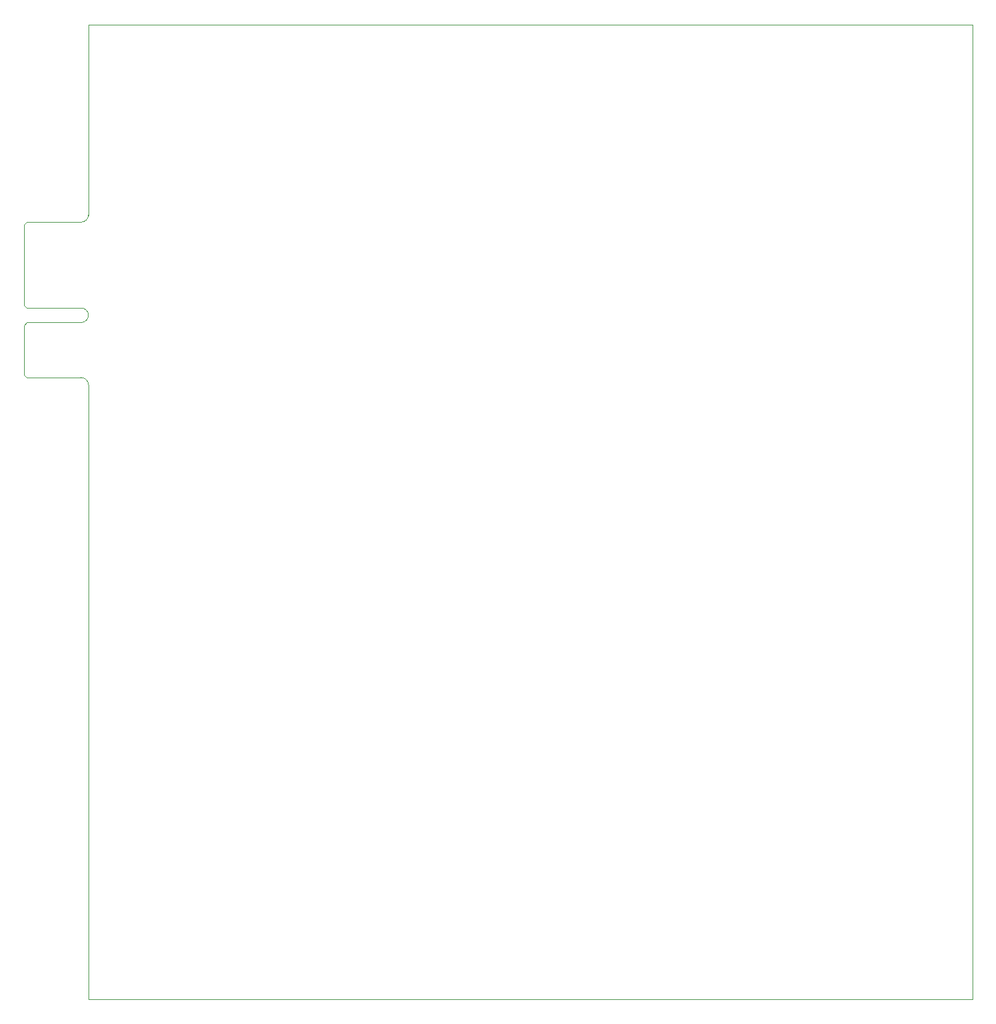
<source format=gbr>
%FSLAX46Y46*%
G04 Gerber Fmt 4.6, Leading zero omitted, Abs format (unit mm)*
G04 Created by KiCad (PCBNEW (2014-10-27 BZR 5228)-product) date 12/17/2014 3:51:32 PM*
%MOMM*%
G01*
G04 APERTURE LIST*
%ADD10C,0.100000*%
%ADD11C,0.020000*%
G04 APERTURE END LIST*
D10*
D11*
X71600000Y-78200000D02*
X71600000Y-157200000D01*
X71600000Y-30400000D02*
X71600000Y-54200000D01*
X186600000Y-30400000D02*
X71600000Y-30400000D01*
X186600000Y-157200000D02*
X186600000Y-30400000D01*
X71600000Y-157200000D02*
X186600000Y-157200000D01*
X71600000Y-55200000D02*
X71600000Y-54200000D01*
X71600000Y-77250000D02*
X71600000Y-78200000D01*
X70650000Y-56100000D02*
G75*
G03X71600000Y-55150000I0J950000D01*
G01*
X63200000Y-56450000D02*
X63550000Y-56100000D01*
X63550000Y-56100000D02*
X70650000Y-56100000D01*
X63200000Y-66900000D02*
X63200000Y-56450000D01*
X71600000Y-77250000D02*
G75*
G03X70650000Y-76300000I-950000J0D01*
G01*
X63200000Y-75950000D02*
X63550000Y-76300000D01*
X63550000Y-76300000D02*
X70650000Y-76300000D01*
X70650000Y-69150000D02*
X63550000Y-69150000D01*
X63550000Y-69150000D02*
X63200000Y-69500000D01*
X63200000Y-69500000D02*
X63200000Y-75950000D01*
X63550000Y-67250000D02*
X70650000Y-67250000D01*
X63550000Y-67250000D02*
X63200000Y-66900000D01*
X71600000Y-68200000D02*
G75*
G03X70650000Y-67250000I-950000J0D01*
G01*
X70650000Y-69150000D02*
G75*
G03X71600000Y-68200000I0J950000D01*
G01*
M02*

</source>
